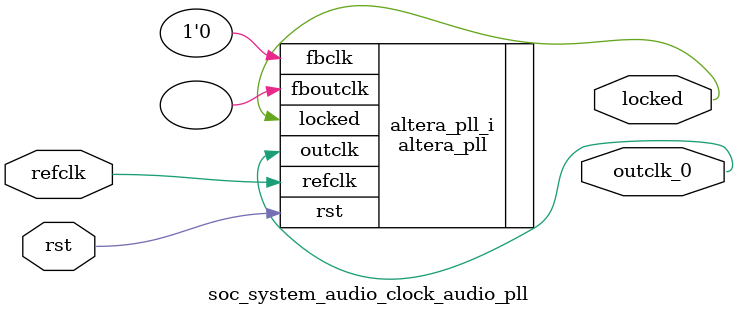
<source format=v>
`timescale 1ns/10ps
module  soc_system_audio_clock_audio_pll(

	// interface 'refclk'
	input wire refclk,

	// interface 'reset'
	input wire rst,

	// interface 'outclk0'
	output wire outclk_0,

	// interface 'locked'
	output wire locked
);

	altera_pll #(
		.fractional_vco_multiplier("false"),
		.reference_clock_frequency("50.0 MHz"),
		.operation_mode("direct"),
		.number_of_clocks(1),
		.output_clock_frequency0("12.288135 MHz"),
		.phase_shift0("0 ps"),
		.duty_cycle0(50),
		.output_clock_frequency1("0 MHz"),
		.phase_shift1("0 ps"),
		.duty_cycle1(50),
		.output_clock_frequency2("0 MHz"),
		.phase_shift2("0 ps"),
		.duty_cycle2(50),
		.output_clock_frequency3("0 MHz"),
		.phase_shift3("0 ps"),
		.duty_cycle3(50),
		.output_clock_frequency4("0 MHz"),
		.phase_shift4("0 ps"),
		.duty_cycle4(50),
		.output_clock_frequency5("0 MHz"),
		.phase_shift5("0 ps"),
		.duty_cycle5(50),
		.output_clock_frequency6("0 MHz"),
		.phase_shift6("0 ps"),
		.duty_cycle6(50),
		.output_clock_frequency7("0 MHz"),
		.phase_shift7("0 ps"),
		.duty_cycle7(50),
		.output_clock_frequency8("0 MHz"),
		.phase_shift8("0 ps"),
		.duty_cycle8(50),
		.output_clock_frequency9("0 MHz"),
		.phase_shift9("0 ps"),
		.duty_cycle9(50),
		.output_clock_frequency10("0 MHz"),
		.phase_shift10("0 ps"),
		.duty_cycle10(50),
		.output_clock_frequency11("0 MHz"),
		.phase_shift11("0 ps"),
		.duty_cycle11(50),
		.output_clock_frequency12("0 MHz"),
		.phase_shift12("0 ps"),
		.duty_cycle12(50),
		.output_clock_frequency13("0 MHz"),
		.phase_shift13("0 ps"),
		.duty_cycle13(50),
		.output_clock_frequency14("0 MHz"),
		.phase_shift14("0 ps"),
		.duty_cycle14(50),
		.output_clock_frequency15("0 MHz"),
		.phase_shift15("0 ps"),
		.duty_cycle15(50),
		.output_clock_frequency16("0 MHz"),
		.phase_shift16("0 ps"),
		.duty_cycle16(50),
		.output_clock_frequency17("0 MHz"),
		.phase_shift17("0 ps"),
		.duty_cycle17(50),
		.pll_type("General"),
		.pll_subtype("General")
	) altera_pll_i (
		.rst	(rst),
		.outclk	({outclk_0}),
		.locked	(locked),
		.fboutclk	( ),
		.fbclk	(1'b0),
		.refclk	(refclk)
	);
endmodule


</source>
